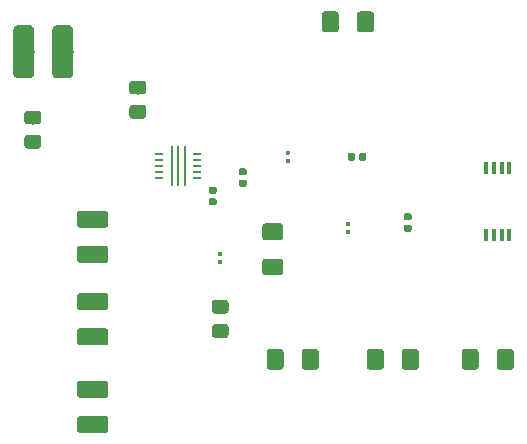
<source format=gbr>
G04 #@! TF.GenerationSoftware,KiCad,Pcbnew,(5.1.4)-1*
G04 #@! TF.CreationDate,2019-12-03T11:55:19-06:00*
G04 #@! TF.ProjectId,Boost,426f6f73-742e-46b6-9963-61645f706362,rev?*
G04 #@! TF.SameCoordinates,Original*
G04 #@! TF.FileFunction,Paste,Top*
G04 #@! TF.FilePolarity,Positive*
%FSLAX46Y46*%
G04 Gerber Fmt 4.6, Leading zero omitted, Abs format (unit mm)*
G04 Created by KiCad (PCBNEW (5.1.4)-1) date 2019-12-03 11:55:19*
%MOMM*%
%LPD*%
G04 APERTURE LIST*
%ADD10C,0.100000*%
%ADD11C,1.800000*%
%ADD12C,0.590000*%
%ADD13C,0.318000*%
%ADD14C,1.150000*%
%ADD15C,1.425000*%
%ADD16R,0.700000X0.250000*%
%ADD17R,0.250000X3.400000*%
%ADD18R,0.356000X1.016000*%
G04 APERTURE END LIST*
D10*
G36*
X128004108Y-84112167D02*
G01*
X128047791Y-84118647D01*
X128090628Y-84129377D01*
X128132208Y-84144254D01*
X128172129Y-84163135D01*
X128210007Y-84185839D01*
X128245477Y-84212145D01*
X128278198Y-84241802D01*
X128307855Y-84274523D01*
X128334161Y-84309993D01*
X128356865Y-84347871D01*
X128375746Y-84387792D01*
X128390623Y-84429372D01*
X128401353Y-84472209D01*
X128407833Y-84515892D01*
X128410000Y-84560000D01*
X128410000Y-88160000D01*
X128407833Y-88204108D01*
X128401353Y-88247791D01*
X128390623Y-88290628D01*
X128375746Y-88332208D01*
X128356865Y-88372129D01*
X128334161Y-88410007D01*
X128307855Y-88445477D01*
X128278198Y-88478198D01*
X128245477Y-88507855D01*
X128210007Y-88534161D01*
X128172129Y-88556865D01*
X128132208Y-88575746D01*
X128090628Y-88590623D01*
X128047791Y-88601353D01*
X128004108Y-88607833D01*
X127960000Y-88610000D01*
X127060000Y-88610000D01*
X127015892Y-88607833D01*
X126972209Y-88601353D01*
X126929372Y-88590623D01*
X126887792Y-88575746D01*
X126847871Y-88556865D01*
X126809993Y-88534161D01*
X126774523Y-88507855D01*
X126741802Y-88478198D01*
X126712145Y-88445477D01*
X126685839Y-88410007D01*
X126663135Y-88372129D01*
X126644254Y-88332208D01*
X126629377Y-88290628D01*
X126618647Y-88247791D01*
X126612167Y-88204108D01*
X126610000Y-88160000D01*
X126610000Y-84560000D01*
X126612167Y-84515892D01*
X126618647Y-84472209D01*
X126629377Y-84429372D01*
X126644254Y-84387792D01*
X126663135Y-84347871D01*
X126685839Y-84309993D01*
X126712145Y-84274523D01*
X126741802Y-84241802D01*
X126774523Y-84212145D01*
X126809993Y-84185839D01*
X126847871Y-84163135D01*
X126887792Y-84144254D01*
X126929372Y-84129377D01*
X126972209Y-84118647D01*
X127015892Y-84112167D01*
X127060000Y-84110000D01*
X127960000Y-84110000D01*
X128004108Y-84112167D01*
X128004108Y-84112167D01*
G37*
D11*
X127510000Y-86360000D03*
D10*
G36*
X131304108Y-84112167D02*
G01*
X131347791Y-84118647D01*
X131390628Y-84129377D01*
X131432208Y-84144254D01*
X131472129Y-84163135D01*
X131510007Y-84185839D01*
X131545477Y-84212145D01*
X131578198Y-84241802D01*
X131607855Y-84274523D01*
X131634161Y-84309993D01*
X131656865Y-84347871D01*
X131675746Y-84387792D01*
X131690623Y-84429372D01*
X131701353Y-84472209D01*
X131707833Y-84515892D01*
X131710000Y-84560000D01*
X131710000Y-88160000D01*
X131707833Y-88204108D01*
X131701353Y-88247791D01*
X131690623Y-88290628D01*
X131675746Y-88332208D01*
X131656865Y-88372129D01*
X131634161Y-88410007D01*
X131607855Y-88445477D01*
X131578198Y-88478198D01*
X131545477Y-88507855D01*
X131510007Y-88534161D01*
X131472129Y-88556865D01*
X131432208Y-88575746D01*
X131390628Y-88590623D01*
X131347791Y-88601353D01*
X131304108Y-88607833D01*
X131260000Y-88610000D01*
X130360000Y-88610000D01*
X130315892Y-88607833D01*
X130272209Y-88601353D01*
X130229372Y-88590623D01*
X130187792Y-88575746D01*
X130147871Y-88556865D01*
X130109993Y-88534161D01*
X130074523Y-88507855D01*
X130041802Y-88478198D01*
X130012145Y-88445477D01*
X129985839Y-88410007D01*
X129963135Y-88372129D01*
X129944254Y-88332208D01*
X129929377Y-88290628D01*
X129918647Y-88247791D01*
X129912167Y-88204108D01*
X129910000Y-88160000D01*
X129910000Y-84560000D01*
X129912167Y-84515892D01*
X129918647Y-84472209D01*
X129929377Y-84429372D01*
X129944254Y-84387792D01*
X129963135Y-84347871D01*
X129985839Y-84309993D01*
X130012145Y-84274523D01*
X130041802Y-84241802D01*
X130074523Y-84212145D01*
X130109993Y-84185839D01*
X130147871Y-84163135D01*
X130187792Y-84144254D01*
X130229372Y-84129377D01*
X130272209Y-84118647D01*
X130315892Y-84112167D01*
X130360000Y-84110000D01*
X131260000Y-84110000D01*
X131304108Y-84112167D01*
X131304108Y-84112167D01*
G37*
D11*
X130810000Y-86360000D03*
D10*
G36*
X143696958Y-98765710D02*
G01*
X143711276Y-98767834D01*
X143725317Y-98771351D01*
X143738946Y-98776228D01*
X143752031Y-98782417D01*
X143764447Y-98789858D01*
X143776073Y-98798481D01*
X143786798Y-98808202D01*
X143796519Y-98818927D01*
X143805142Y-98830553D01*
X143812583Y-98842969D01*
X143818772Y-98856054D01*
X143823649Y-98869683D01*
X143827166Y-98883724D01*
X143829290Y-98898042D01*
X143830000Y-98912500D01*
X143830000Y-99207500D01*
X143829290Y-99221958D01*
X143827166Y-99236276D01*
X143823649Y-99250317D01*
X143818772Y-99263946D01*
X143812583Y-99277031D01*
X143805142Y-99289447D01*
X143796519Y-99301073D01*
X143786798Y-99311798D01*
X143776073Y-99321519D01*
X143764447Y-99330142D01*
X143752031Y-99337583D01*
X143738946Y-99343772D01*
X143725317Y-99348649D01*
X143711276Y-99352166D01*
X143696958Y-99354290D01*
X143682500Y-99355000D01*
X143337500Y-99355000D01*
X143323042Y-99354290D01*
X143308724Y-99352166D01*
X143294683Y-99348649D01*
X143281054Y-99343772D01*
X143267969Y-99337583D01*
X143255553Y-99330142D01*
X143243927Y-99321519D01*
X143233202Y-99311798D01*
X143223481Y-99301073D01*
X143214858Y-99289447D01*
X143207417Y-99277031D01*
X143201228Y-99263946D01*
X143196351Y-99250317D01*
X143192834Y-99236276D01*
X143190710Y-99221958D01*
X143190000Y-99207500D01*
X143190000Y-98912500D01*
X143190710Y-98898042D01*
X143192834Y-98883724D01*
X143196351Y-98869683D01*
X143201228Y-98856054D01*
X143207417Y-98842969D01*
X143214858Y-98830553D01*
X143223481Y-98818927D01*
X143233202Y-98808202D01*
X143243927Y-98798481D01*
X143255553Y-98789858D01*
X143267969Y-98782417D01*
X143281054Y-98776228D01*
X143294683Y-98771351D01*
X143308724Y-98767834D01*
X143323042Y-98765710D01*
X143337500Y-98765000D01*
X143682500Y-98765000D01*
X143696958Y-98765710D01*
X143696958Y-98765710D01*
G37*
D12*
X143510000Y-99060000D03*
D10*
G36*
X143696958Y-97795710D02*
G01*
X143711276Y-97797834D01*
X143725317Y-97801351D01*
X143738946Y-97806228D01*
X143752031Y-97812417D01*
X143764447Y-97819858D01*
X143776073Y-97828481D01*
X143786798Y-97838202D01*
X143796519Y-97848927D01*
X143805142Y-97860553D01*
X143812583Y-97872969D01*
X143818772Y-97886054D01*
X143823649Y-97899683D01*
X143827166Y-97913724D01*
X143829290Y-97928042D01*
X143830000Y-97942500D01*
X143830000Y-98237500D01*
X143829290Y-98251958D01*
X143827166Y-98266276D01*
X143823649Y-98280317D01*
X143818772Y-98293946D01*
X143812583Y-98307031D01*
X143805142Y-98319447D01*
X143796519Y-98331073D01*
X143786798Y-98341798D01*
X143776073Y-98351519D01*
X143764447Y-98360142D01*
X143752031Y-98367583D01*
X143738946Y-98373772D01*
X143725317Y-98378649D01*
X143711276Y-98382166D01*
X143696958Y-98384290D01*
X143682500Y-98385000D01*
X143337500Y-98385000D01*
X143323042Y-98384290D01*
X143308724Y-98382166D01*
X143294683Y-98378649D01*
X143281054Y-98373772D01*
X143267969Y-98367583D01*
X143255553Y-98360142D01*
X143243927Y-98351519D01*
X143233202Y-98341798D01*
X143223481Y-98331073D01*
X143214858Y-98319447D01*
X143207417Y-98307031D01*
X143201228Y-98293946D01*
X143196351Y-98280317D01*
X143192834Y-98266276D01*
X143190710Y-98251958D01*
X143190000Y-98237500D01*
X143190000Y-97942500D01*
X143190710Y-97928042D01*
X143192834Y-97913724D01*
X143196351Y-97899683D01*
X143201228Y-97886054D01*
X143207417Y-97872969D01*
X143214858Y-97860553D01*
X143223481Y-97848927D01*
X143233202Y-97838202D01*
X143243927Y-97828481D01*
X143255553Y-97819858D01*
X143267969Y-97812417D01*
X143281054Y-97806228D01*
X143294683Y-97801351D01*
X143308724Y-97797834D01*
X143323042Y-97795710D01*
X143337500Y-97795000D01*
X143682500Y-97795000D01*
X143696958Y-97795710D01*
X143696958Y-97795710D01*
G37*
D12*
X143510000Y-98090000D03*
D10*
G36*
X146236958Y-97195710D02*
G01*
X146251276Y-97197834D01*
X146265317Y-97201351D01*
X146278946Y-97206228D01*
X146292031Y-97212417D01*
X146304447Y-97219858D01*
X146316073Y-97228481D01*
X146326798Y-97238202D01*
X146336519Y-97248927D01*
X146345142Y-97260553D01*
X146352583Y-97272969D01*
X146358772Y-97286054D01*
X146363649Y-97299683D01*
X146367166Y-97313724D01*
X146369290Y-97328042D01*
X146370000Y-97342500D01*
X146370000Y-97637500D01*
X146369290Y-97651958D01*
X146367166Y-97666276D01*
X146363649Y-97680317D01*
X146358772Y-97693946D01*
X146352583Y-97707031D01*
X146345142Y-97719447D01*
X146336519Y-97731073D01*
X146326798Y-97741798D01*
X146316073Y-97751519D01*
X146304447Y-97760142D01*
X146292031Y-97767583D01*
X146278946Y-97773772D01*
X146265317Y-97778649D01*
X146251276Y-97782166D01*
X146236958Y-97784290D01*
X146222500Y-97785000D01*
X145877500Y-97785000D01*
X145863042Y-97784290D01*
X145848724Y-97782166D01*
X145834683Y-97778649D01*
X145821054Y-97773772D01*
X145807969Y-97767583D01*
X145795553Y-97760142D01*
X145783927Y-97751519D01*
X145773202Y-97741798D01*
X145763481Y-97731073D01*
X145754858Y-97719447D01*
X145747417Y-97707031D01*
X145741228Y-97693946D01*
X145736351Y-97680317D01*
X145732834Y-97666276D01*
X145730710Y-97651958D01*
X145730000Y-97637500D01*
X145730000Y-97342500D01*
X145730710Y-97328042D01*
X145732834Y-97313724D01*
X145736351Y-97299683D01*
X145741228Y-97286054D01*
X145747417Y-97272969D01*
X145754858Y-97260553D01*
X145763481Y-97248927D01*
X145773202Y-97238202D01*
X145783927Y-97228481D01*
X145795553Y-97219858D01*
X145807969Y-97212417D01*
X145821054Y-97206228D01*
X145834683Y-97201351D01*
X145848724Y-97197834D01*
X145863042Y-97195710D01*
X145877500Y-97195000D01*
X146222500Y-97195000D01*
X146236958Y-97195710D01*
X146236958Y-97195710D01*
G37*
D12*
X146050000Y-97490000D03*
D10*
G36*
X146236958Y-96225710D02*
G01*
X146251276Y-96227834D01*
X146265317Y-96231351D01*
X146278946Y-96236228D01*
X146292031Y-96242417D01*
X146304447Y-96249858D01*
X146316073Y-96258481D01*
X146326798Y-96268202D01*
X146336519Y-96278927D01*
X146345142Y-96290553D01*
X146352583Y-96302969D01*
X146358772Y-96316054D01*
X146363649Y-96329683D01*
X146367166Y-96343724D01*
X146369290Y-96358042D01*
X146370000Y-96372500D01*
X146370000Y-96667500D01*
X146369290Y-96681958D01*
X146367166Y-96696276D01*
X146363649Y-96710317D01*
X146358772Y-96723946D01*
X146352583Y-96737031D01*
X146345142Y-96749447D01*
X146336519Y-96761073D01*
X146326798Y-96771798D01*
X146316073Y-96781519D01*
X146304447Y-96790142D01*
X146292031Y-96797583D01*
X146278946Y-96803772D01*
X146265317Y-96808649D01*
X146251276Y-96812166D01*
X146236958Y-96814290D01*
X146222500Y-96815000D01*
X145877500Y-96815000D01*
X145863042Y-96814290D01*
X145848724Y-96812166D01*
X145834683Y-96808649D01*
X145821054Y-96803772D01*
X145807969Y-96797583D01*
X145795553Y-96790142D01*
X145783927Y-96781519D01*
X145773202Y-96771798D01*
X145763481Y-96761073D01*
X145754858Y-96749447D01*
X145747417Y-96737031D01*
X145741228Y-96723946D01*
X145736351Y-96710317D01*
X145732834Y-96696276D01*
X145730710Y-96681958D01*
X145730000Y-96667500D01*
X145730000Y-96372500D01*
X145730710Y-96358042D01*
X145732834Y-96343724D01*
X145736351Y-96329683D01*
X145741228Y-96316054D01*
X145747417Y-96302969D01*
X145754858Y-96290553D01*
X145763481Y-96278927D01*
X145773202Y-96268202D01*
X145783927Y-96258481D01*
X145795553Y-96249858D01*
X145807969Y-96242417D01*
X145821054Y-96236228D01*
X145834683Y-96231351D01*
X145848724Y-96227834D01*
X145863042Y-96225710D01*
X145877500Y-96225000D01*
X146222500Y-96225000D01*
X146236958Y-96225710D01*
X146236958Y-96225710D01*
G37*
D12*
X146050000Y-96520000D03*
D10*
G36*
X155048292Y-100781383D02*
G01*
X155056010Y-100782528D01*
X155063578Y-100784423D01*
X155070923Y-100787052D01*
X155077976Y-100790387D01*
X155084668Y-100794398D01*
X155090934Y-100799046D01*
X155096715Y-100804285D01*
X155101954Y-100810066D01*
X155106602Y-100816332D01*
X155110613Y-100823024D01*
X155113948Y-100830077D01*
X155116577Y-100837422D01*
X155118472Y-100844990D01*
X155119617Y-100852708D01*
X155120000Y-100860500D01*
X155120000Y-101019500D01*
X155119617Y-101027292D01*
X155118472Y-101035010D01*
X155116577Y-101042578D01*
X155113948Y-101049923D01*
X155110613Y-101056976D01*
X155106602Y-101063668D01*
X155101954Y-101069934D01*
X155096715Y-101075715D01*
X155090934Y-101080954D01*
X155084668Y-101085602D01*
X155077976Y-101089613D01*
X155070923Y-101092948D01*
X155063578Y-101095577D01*
X155056010Y-101097472D01*
X155048292Y-101098617D01*
X155040500Y-101099000D01*
X154839500Y-101099000D01*
X154831708Y-101098617D01*
X154823990Y-101097472D01*
X154816422Y-101095577D01*
X154809077Y-101092948D01*
X154802024Y-101089613D01*
X154795332Y-101085602D01*
X154789066Y-101080954D01*
X154783285Y-101075715D01*
X154778046Y-101069934D01*
X154773398Y-101063668D01*
X154769387Y-101056976D01*
X154766052Y-101049923D01*
X154763423Y-101042578D01*
X154761528Y-101035010D01*
X154760383Y-101027292D01*
X154760000Y-101019500D01*
X154760000Y-100860500D01*
X154760383Y-100852708D01*
X154761528Y-100844990D01*
X154763423Y-100837422D01*
X154766052Y-100830077D01*
X154769387Y-100823024D01*
X154773398Y-100816332D01*
X154778046Y-100810066D01*
X154783285Y-100804285D01*
X154789066Y-100799046D01*
X154795332Y-100794398D01*
X154802024Y-100790387D01*
X154809077Y-100787052D01*
X154816422Y-100784423D01*
X154823990Y-100782528D01*
X154831708Y-100781383D01*
X154839500Y-100781000D01*
X155040500Y-100781000D01*
X155048292Y-100781383D01*
X155048292Y-100781383D01*
G37*
D13*
X154940000Y-100940000D03*
D10*
G36*
X155048292Y-101471383D02*
G01*
X155056010Y-101472528D01*
X155063578Y-101474423D01*
X155070923Y-101477052D01*
X155077976Y-101480387D01*
X155084668Y-101484398D01*
X155090934Y-101489046D01*
X155096715Y-101494285D01*
X155101954Y-101500066D01*
X155106602Y-101506332D01*
X155110613Y-101513024D01*
X155113948Y-101520077D01*
X155116577Y-101527422D01*
X155118472Y-101534990D01*
X155119617Y-101542708D01*
X155120000Y-101550500D01*
X155120000Y-101709500D01*
X155119617Y-101717292D01*
X155118472Y-101725010D01*
X155116577Y-101732578D01*
X155113948Y-101739923D01*
X155110613Y-101746976D01*
X155106602Y-101753668D01*
X155101954Y-101759934D01*
X155096715Y-101765715D01*
X155090934Y-101770954D01*
X155084668Y-101775602D01*
X155077976Y-101779613D01*
X155070923Y-101782948D01*
X155063578Y-101785577D01*
X155056010Y-101787472D01*
X155048292Y-101788617D01*
X155040500Y-101789000D01*
X154839500Y-101789000D01*
X154831708Y-101788617D01*
X154823990Y-101787472D01*
X154816422Y-101785577D01*
X154809077Y-101782948D01*
X154802024Y-101779613D01*
X154795332Y-101775602D01*
X154789066Y-101770954D01*
X154783285Y-101765715D01*
X154778046Y-101759934D01*
X154773398Y-101753668D01*
X154769387Y-101746976D01*
X154766052Y-101739923D01*
X154763423Y-101732578D01*
X154761528Y-101725010D01*
X154760383Y-101717292D01*
X154760000Y-101709500D01*
X154760000Y-101550500D01*
X154760383Y-101542708D01*
X154761528Y-101534990D01*
X154763423Y-101527422D01*
X154766052Y-101520077D01*
X154769387Y-101513024D01*
X154773398Y-101506332D01*
X154778046Y-101500066D01*
X154783285Y-101494285D01*
X154789066Y-101489046D01*
X154795332Y-101484398D01*
X154802024Y-101480387D01*
X154809077Y-101477052D01*
X154816422Y-101474423D01*
X154823990Y-101472528D01*
X154831708Y-101471383D01*
X154839500Y-101471000D01*
X155040500Y-101471000D01*
X155048292Y-101471383D01*
X155048292Y-101471383D01*
G37*
D13*
X154940000Y-101630000D03*
D10*
G36*
X155401958Y-94930710D02*
G01*
X155416276Y-94932834D01*
X155430317Y-94936351D01*
X155443946Y-94941228D01*
X155457031Y-94947417D01*
X155469447Y-94954858D01*
X155481073Y-94963481D01*
X155491798Y-94973202D01*
X155501519Y-94983927D01*
X155510142Y-94995553D01*
X155517583Y-95007969D01*
X155523772Y-95021054D01*
X155528649Y-95034683D01*
X155532166Y-95048724D01*
X155534290Y-95063042D01*
X155535000Y-95077500D01*
X155535000Y-95422500D01*
X155534290Y-95436958D01*
X155532166Y-95451276D01*
X155528649Y-95465317D01*
X155523772Y-95478946D01*
X155517583Y-95492031D01*
X155510142Y-95504447D01*
X155501519Y-95516073D01*
X155491798Y-95526798D01*
X155481073Y-95536519D01*
X155469447Y-95545142D01*
X155457031Y-95552583D01*
X155443946Y-95558772D01*
X155430317Y-95563649D01*
X155416276Y-95567166D01*
X155401958Y-95569290D01*
X155387500Y-95570000D01*
X155092500Y-95570000D01*
X155078042Y-95569290D01*
X155063724Y-95567166D01*
X155049683Y-95563649D01*
X155036054Y-95558772D01*
X155022969Y-95552583D01*
X155010553Y-95545142D01*
X154998927Y-95536519D01*
X154988202Y-95526798D01*
X154978481Y-95516073D01*
X154969858Y-95504447D01*
X154962417Y-95492031D01*
X154956228Y-95478946D01*
X154951351Y-95465317D01*
X154947834Y-95451276D01*
X154945710Y-95436958D01*
X154945000Y-95422500D01*
X154945000Y-95077500D01*
X154945710Y-95063042D01*
X154947834Y-95048724D01*
X154951351Y-95034683D01*
X154956228Y-95021054D01*
X154962417Y-95007969D01*
X154969858Y-94995553D01*
X154978481Y-94983927D01*
X154988202Y-94973202D01*
X154998927Y-94963481D01*
X155010553Y-94954858D01*
X155022969Y-94947417D01*
X155036054Y-94941228D01*
X155049683Y-94936351D01*
X155063724Y-94932834D01*
X155078042Y-94930710D01*
X155092500Y-94930000D01*
X155387500Y-94930000D01*
X155401958Y-94930710D01*
X155401958Y-94930710D01*
G37*
D12*
X155240000Y-95250000D03*
D10*
G36*
X156371958Y-94930710D02*
G01*
X156386276Y-94932834D01*
X156400317Y-94936351D01*
X156413946Y-94941228D01*
X156427031Y-94947417D01*
X156439447Y-94954858D01*
X156451073Y-94963481D01*
X156461798Y-94973202D01*
X156471519Y-94983927D01*
X156480142Y-94995553D01*
X156487583Y-95007969D01*
X156493772Y-95021054D01*
X156498649Y-95034683D01*
X156502166Y-95048724D01*
X156504290Y-95063042D01*
X156505000Y-95077500D01*
X156505000Y-95422500D01*
X156504290Y-95436958D01*
X156502166Y-95451276D01*
X156498649Y-95465317D01*
X156493772Y-95478946D01*
X156487583Y-95492031D01*
X156480142Y-95504447D01*
X156471519Y-95516073D01*
X156461798Y-95526798D01*
X156451073Y-95536519D01*
X156439447Y-95545142D01*
X156427031Y-95552583D01*
X156413946Y-95558772D01*
X156400317Y-95563649D01*
X156386276Y-95567166D01*
X156371958Y-95569290D01*
X156357500Y-95570000D01*
X156062500Y-95570000D01*
X156048042Y-95569290D01*
X156033724Y-95567166D01*
X156019683Y-95563649D01*
X156006054Y-95558772D01*
X155992969Y-95552583D01*
X155980553Y-95545142D01*
X155968927Y-95536519D01*
X155958202Y-95526798D01*
X155948481Y-95516073D01*
X155939858Y-95504447D01*
X155932417Y-95492031D01*
X155926228Y-95478946D01*
X155921351Y-95465317D01*
X155917834Y-95451276D01*
X155915710Y-95436958D01*
X155915000Y-95422500D01*
X155915000Y-95077500D01*
X155915710Y-95063042D01*
X155917834Y-95048724D01*
X155921351Y-95034683D01*
X155926228Y-95021054D01*
X155932417Y-95007969D01*
X155939858Y-94995553D01*
X155948481Y-94983927D01*
X155958202Y-94973202D01*
X155968927Y-94963481D01*
X155980553Y-94954858D01*
X155992969Y-94947417D01*
X156006054Y-94941228D01*
X156019683Y-94936351D01*
X156033724Y-94932834D01*
X156048042Y-94930710D01*
X156062500Y-94930000D01*
X156357500Y-94930000D01*
X156371958Y-94930710D01*
X156371958Y-94930710D01*
G37*
D12*
X156210000Y-95250000D03*
D10*
G36*
X149968292Y-95436383D02*
G01*
X149976010Y-95437528D01*
X149983578Y-95439423D01*
X149990923Y-95442052D01*
X149997976Y-95445387D01*
X150004668Y-95449398D01*
X150010934Y-95454046D01*
X150016715Y-95459285D01*
X150021954Y-95465066D01*
X150026602Y-95471332D01*
X150030613Y-95478024D01*
X150033948Y-95485077D01*
X150036577Y-95492422D01*
X150038472Y-95499990D01*
X150039617Y-95507708D01*
X150040000Y-95515500D01*
X150040000Y-95674500D01*
X150039617Y-95682292D01*
X150038472Y-95690010D01*
X150036577Y-95697578D01*
X150033948Y-95704923D01*
X150030613Y-95711976D01*
X150026602Y-95718668D01*
X150021954Y-95724934D01*
X150016715Y-95730715D01*
X150010934Y-95735954D01*
X150004668Y-95740602D01*
X149997976Y-95744613D01*
X149990923Y-95747948D01*
X149983578Y-95750577D01*
X149976010Y-95752472D01*
X149968292Y-95753617D01*
X149960500Y-95754000D01*
X149759500Y-95754000D01*
X149751708Y-95753617D01*
X149743990Y-95752472D01*
X149736422Y-95750577D01*
X149729077Y-95747948D01*
X149722024Y-95744613D01*
X149715332Y-95740602D01*
X149709066Y-95735954D01*
X149703285Y-95730715D01*
X149698046Y-95724934D01*
X149693398Y-95718668D01*
X149689387Y-95711976D01*
X149686052Y-95704923D01*
X149683423Y-95697578D01*
X149681528Y-95690010D01*
X149680383Y-95682292D01*
X149680000Y-95674500D01*
X149680000Y-95515500D01*
X149680383Y-95507708D01*
X149681528Y-95499990D01*
X149683423Y-95492422D01*
X149686052Y-95485077D01*
X149689387Y-95478024D01*
X149693398Y-95471332D01*
X149698046Y-95465066D01*
X149703285Y-95459285D01*
X149709066Y-95454046D01*
X149715332Y-95449398D01*
X149722024Y-95445387D01*
X149729077Y-95442052D01*
X149736422Y-95439423D01*
X149743990Y-95437528D01*
X149751708Y-95436383D01*
X149759500Y-95436000D01*
X149960500Y-95436000D01*
X149968292Y-95436383D01*
X149968292Y-95436383D01*
G37*
D13*
X149860000Y-95595000D03*
D10*
G36*
X149968292Y-94746383D02*
G01*
X149976010Y-94747528D01*
X149983578Y-94749423D01*
X149990923Y-94752052D01*
X149997976Y-94755387D01*
X150004668Y-94759398D01*
X150010934Y-94764046D01*
X150016715Y-94769285D01*
X150021954Y-94775066D01*
X150026602Y-94781332D01*
X150030613Y-94788024D01*
X150033948Y-94795077D01*
X150036577Y-94802422D01*
X150038472Y-94809990D01*
X150039617Y-94817708D01*
X150040000Y-94825500D01*
X150040000Y-94984500D01*
X150039617Y-94992292D01*
X150038472Y-95000010D01*
X150036577Y-95007578D01*
X150033948Y-95014923D01*
X150030613Y-95021976D01*
X150026602Y-95028668D01*
X150021954Y-95034934D01*
X150016715Y-95040715D01*
X150010934Y-95045954D01*
X150004668Y-95050602D01*
X149997976Y-95054613D01*
X149990923Y-95057948D01*
X149983578Y-95060577D01*
X149976010Y-95062472D01*
X149968292Y-95063617D01*
X149960500Y-95064000D01*
X149759500Y-95064000D01*
X149751708Y-95063617D01*
X149743990Y-95062472D01*
X149736422Y-95060577D01*
X149729077Y-95057948D01*
X149722024Y-95054613D01*
X149715332Y-95050602D01*
X149709066Y-95045954D01*
X149703285Y-95040715D01*
X149698046Y-95034934D01*
X149693398Y-95028668D01*
X149689387Y-95021976D01*
X149686052Y-95014923D01*
X149683423Y-95007578D01*
X149681528Y-95000010D01*
X149680383Y-94992292D01*
X149680000Y-94984500D01*
X149680000Y-94825500D01*
X149680383Y-94817708D01*
X149681528Y-94809990D01*
X149683423Y-94802422D01*
X149686052Y-94795077D01*
X149689387Y-94788024D01*
X149693398Y-94781332D01*
X149698046Y-94775066D01*
X149703285Y-94769285D01*
X149709066Y-94764046D01*
X149715332Y-94759398D01*
X149722024Y-94755387D01*
X149729077Y-94752052D01*
X149736422Y-94749423D01*
X149743990Y-94747528D01*
X149751708Y-94746383D01*
X149759500Y-94746000D01*
X149960500Y-94746000D01*
X149968292Y-94746383D01*
X149968292Y-94746383D01*
G37*
D13*
X149860000Y-94905000D03*
D10*
G36*
X144253292Y-104006383D02*
G01*
X144261010Y-104007528D01*
X144268578Y-104009423D01*
X144275923Y-104012052D01*
X144282976Y-104015387D01*
X144289668Y-104019398D01*
X144295934Y-104024046D01*
X144301715Y-104029285D01*
X144306954Y-104035066D01*
X144311602Y-104041332D01*
X144315613Y-104048024D01*
X144318948Y-104055077D01*
X144321577Y-104062422D01*
X144323472Y-104069990D01*
X144324617Y-104077708D01*
X144325000Y-104085500D01*
X144325000Y-104244500D01*
X144324617Y-104252292D01*
X144323472Y-104260010D01*
X144321577Y-104267578D01*
X144318948Y-104274923D01*
X144315613Y-104281976D01*
X144311602Y-104288668D01*
X144306954Y-104294934D01*
X144301715Y-104300715D01*
X144295934Y-104305954D01*
X144289668Y-104310602D01*
X144282976Y-104314613D01*
X144275923Y-104317948D01*
X144268578Y-104320577D01*
X144261010Y-104322472D01*
X144253292Y-104323617D01*
X144245500Y-104324000D01*
X144044500Y-104324000D01*
X144036708Y-104323617D01*
X144028990Y-104322472D01*
X144021422Y-104320577D01*
X144014077Y-104317948D01*
X144007024Y-104314613D01*
X144000332Y-104310602D01*
X143994066Y-104305954D01*
X143988285Y-104300715D01*
X143983046Y-104294934D01*
X143978398Y-104288668D01*
X143974387Y-104281976D01*
X143971052Y-104274923D01*
X143968423Y-104267578D01*
X143966528Y-104260010D01*
X143965383Y-104252292D01*
X143965000Y-104244500D01*
X143965000Y-104085500D01*
X143965383Y-104077708D01*
X143966528Y-104069990D01*
X143968423Y-104062422D01*
X143971052Y-104055077D01*
X143974387Y-104048024D01*
X143978398Y-104041332D01*
X143983046Y-104035066D01*
X143988285Y-104029285D01*
X143994066Y-104024046D01*
X144000332Y-104019398D01*
X144007024Y-104015387D01*
X144014077Y-104012052D01*
X144021422Y-104009423D01*
X144028990Y-104007528D01*
X144036708Y-104006383D01*
X144044500Y-104006000D01*
X144245500Y-104006000D01*
X144253292Y-104006383D01*
X144253292Y-104006383D01*
G37*
D13*
X144145000Y-104165000D03*
D10*
G36*
X144253292Y-103316383D02*
G01*
X144261010Y-103317528D01*
X144268578Y-103319423D01*
X144275923Y-103322052D01*
X144282976Y-103325387D01*
X144289668Y-103329398D01*
X144295934Y-103334046D01*
X144301715Y-103339285D01*
X144306954Y-103345066D01*
X144311602Y-103351332D01*
X144315613Y-103358024D01*
X144318948Y-103365077D01*
X144321577Y-103372422D01*
X144323472Y-103379990D01*
X144324617Y-103387708D01*
X144325000Y-103395500D01*
X144325000Y-103554500D01*
X144324617Y-103562292D01*
X144323472Y-103570010D01*
X144321577Y-103577578D01*
X144318948Y-103584923D01*
X144315613Y-103591976D01*
X144311602Y-103598668D01*
X144306954Y-103604934D01*
X144301715Y-103610715D01*
X144295934Y-103615954D01*
X144289668Y-103620602D01*
X144282976Y-103624613D01*
X144275923Y-103627948D01*
X144268578Y-103630577D01*
X144261010Y-103632472D01*
X144253292Y-103633617D01*
X144245500Y-103634000D01*
X144044500Y-103634000D01*
X144036708Y-103633617D01*
X144028990Y-103632472D01*
X144021422Y-103630577D01*
X144014077Y-103627948D01*
X144007024Y-103624613D01*
X144000332Y-103620602D01*
X143994066Y-103615954D01*
X143988285Y-103610715D01*
X143983046Y-103604934D01*
X143978398Y-103598668D01*
X143974387Y-103591976D01*
X143971052Y-103584923D01*
X143968423Y-103577578D01*
X143966528Y-103570010D01*
X143965383Y-103562292D01*
X143965000Y-103554500D01*
X143965000Y-103395500D01*
X143965383Y-103387708D01*
X143966528Y-103379990D01*
X143968423Y-103372422D01*
X143971052Y-103365077D01*
X143974387Y-103358024D01*
X143978398Y-103351332D01*
X143983046Y-103345066D01*
X143988285Y-103339285D01*
X143994066Y-103334046D01*
X144000332Y-103329398D01*
X144007024Y-103325387D01*
X144014077Y-103322052D01*
X144021422Y-103319423D01*
X144028990Y-103317528D01*
X144036708Y-103316383D01*
X144044500Y-103316000D01*
X144245500Y-103316000D01*
X144253292Y-103316383D01*
X144253292Y-103316383D01*
G37*
D13*
X144145000Y-103475000D03*
D10*
G36*
X137634505Y-88816204D02*
G01*
X137658773Y-88819804D01*
X137682572Y-88825765D01*
X137705671Y-88834030D01*
X137727850Y-88844520D01*
X137748893Y-88857132D01*
X137768599Y-88871747D01*
X137786777Y-88888223D01*
X137803253Y-88906401D01*
X137817868Y-88926107D01*
X137830480Y-88947150D01*
X137840970Y-88969329D01*
X137849235Y-88992428D01*
X137855196Y-89016227D01*
X137858796Y-89040495D01*
X137860000Y-89064999D01*
X137860000Y-89715001D01*
X137858796Y-89739505D01*
X137855196Y-89763773D01*
X137849235Y-89787572D01*
X137840970Y-89810671D01*
X137830480Y-89832850D01*
X137817868Y-89853893D01*
X137803253Y-89873599D01*
X137786777Y-89891777D01*
X137768599Y-89908253D01*
X137748893Y-89922868D01*
X137727850Y-89935480D01*
X137705671Y-89945970D01*
X137682572Y-89954235D01*
X137658773Y-89960196D01*
X137634505Y-89963796D01*
X137610001Y-89965000D01*
X136709999Y-89965000D01*
X136685495Y-89963796D01*
X136661227Y-89960196D01*
X136637428Y-89954235D01*
X136614329Y-89945970D01*
X136592150Y-89935480D01*
X136571107Y-89922868D01*
X136551401Y-89908253D01*
X136533223Y-89891777D01*
X136516747Y-89873599D01*
X136502132Y-89853893D01*
X136489520Y-89832850D01*
X136479030Y-89810671D01*
X136470765Y-89787572D01*
X136464804Y-89763773D01*
X136461204Y-89739505D01*
X136460000Y-89715001D01*
X136460000Y-89064999D01*
X136461204Y-89040495D01*
X136464804Y-89016227D01*
X136470765Y-88992428D01*
X136479030Y-88969329D01*
X136489520Y-88947150D01*
X136502132Y-88926107D01*
X136516747Y-88906401D01*
X136533223Y-88888223D01*
X136551401Y-88871747D01*
X136571107Y-88857132D01*
X136592150Y-88844520D01*
X136614329Y-88834030D01*
X136637428Y-88825765D01*
X136661227Y-88819804D01*
X136685495Y-88816204D01*
X136709999Y-88815000D01*
X137610001Y-88815000D01*
X137634505Y-88816204D01*
X137634505Y-88816204D01*
G37*
D14*
X137160000Y-89390000D03*
D10*
G36*
X137634505Y-90866204D02*
G01*
X137658773Y-90869804D01*
X137682572Y-90875765D01*
X137705671Y-90884030D01*
X137727850Y-90894520D01*
X137748893Y-90907132D01*
X137768599Y-90921747D01*
X137786777Y-90938223D01*
X137803253Y-90956401D01*
X137817868Y-90976107D01*
X137830480Y-90997150D01*
X137840970Y-91019329D01*
X137849235Y-91042428D01*
X137855196Y-91066227D01*
X137858796Y-91090495D01*
X137860000Y-91114999D01*
X137860000Y-91765001D01*
X137858796Y-91789505D01*
X137855196Y-91813773D01*
X137849235Y-91837572D01*
X137840970Y-91860671D01*
X137830480Y-91882850D01*
X137817868Y-91903893D01*
X137803253Y-91923599D01*
X137786777Y-91941777D01*
X137768599Y-91958253D01*
X137748893Y-91972868D01*
X137727850Y-91985480D01*
X137705671Y-91995970D01*
X137682572Y-92004235D01*
X137658773Y-92010196D01*
X137634505Y-92013796D01*
X137610001Y-92015000D01*
X136709999Y-92015000D01*
X136685495Y-92013796D01*
X136661227Y-92010196D01*
X136637428Y-92004235D01*
X136614329Y-91995970D01*
X136592150Y-91985480D01*
X136571107Y-91972868D01*
X136551401Y-91958253D01*
X136533223Y-91941777D01*
X136516747Y-91923599D01*
X136502132Y-91903893D01*
X136489520Y-91882850D01*
X136479030Y-91860671D01*
X136470765Y-91837572D01*
X136464804Y-91813773D01*
X136461204Y-91789505D01*
X136460000Y-91765001D01*
X136460000Y-91114999D01*
X136461204Y-91090495D01*
X136464804Y-91066227D01*
X136470765Y-91042428D01*
X136479030Y-91019329D01*
X136489520Y-90997150D01*
X136502132Y-90976107D01*
X136516747Y-90956401D01*
X136533223Y-90938223D01*
X136551401Y-90921747D01*
X136571107Y-90907132D01*
X136592150Y-90894520D01*
X136614329Y-90884030D01*
X136637428Y-90875765D01*
X136661227Y-90869804D01*
X136685495Y-90866204D01*
X136709999Y-90865000D01*
X137610001Y-90865000D01*
X137634505Y-90866204D01*
X137634505Y-90866204D01*
G37*
D14*
X137160000Y-91440000D03*
D10*
G36*
X153939504Y-82946204D02*
G01*
X153963773Y-82949804D01*
X153987571Y-82955765D01*
X154010671Y-82964030D01*
X154032849Y-82974520D01*
X154053893Y-82987133D01*
X154073598Y-83001747D01*
X154091777Y-83018223D01*
X154108253Y-83036402D01*
X154122867Y-83056107D01*
X154135480Y-83077151D01*
X154145970Y-83099329D01*
X154154235Y-83122429D01*
X154160196Y-83146227D01*
X154163796Y-83170496D01*
X154165000Y-83195000D01*
X154165000Y-84445000D01*
X154163796Y-84469504D01*
X154160196Y-84493773D01*
X154154235Y-84517571D01*
X154145970Y-84540671D01*
X154135480Y-84562849D01*
X154122867Y-84583893D01*
X154108253Y-84603598D01*
X154091777Y-84621777D01*
X154073598Y-84638253D01*
X154053893Y-84652867D01*
X154032849Y-84665480D01*
X154010671Y-84675970D01*
X153987571Y-84684235D01*
X153963773Y-84690196D01*
X153939504Y-84693796D01*
X153915000Y-84695000D01*
X152990000Y-84695000D01*
X152965496Y-84693796D01*
X152941227Y-84690196D01*
X152917429Y-84684235D01*
X152894329Y-84675970D01*
X152872151Y-84665480D01*
X152851107Y-84652867D01*
X152831402Y-84638253D01*
X152813223Y-84621777D01*
X152796747Y-84603598D01*
X152782133Y-84583893D01*
X152769520Y-84562849D01*
X152759030Y-84540671D01*
X152750765Y-84517571D01*
X152744804Y-84493773D01*
X152741204Y-84469504D01*
X152740000Y-84445000D01*
X152740000Y-83195000D01*
X152741204Y-83170496D01*
X152744804Y-83146227D01*
X152750765Y-83122429D01*
X152759030Y-83099329D01*
X152769520Y-83077151D01*
X152782133Y-83056107D01*
X152796747Y-83036402D01*
X152813223Y-83018223D01*
X152831402Y-83001747D01*
X152851107Y-82987133D01*
X152872151Y-82974520D01*
X152894329Y-82964030D01*
X152917429Y-82955765D01*
X152941227Y-82949804D01*
X152965496Y-82946204D01*
X152990000Y-82945000D01*
X153915000Y-82945000D01*
X153939504Y-82946204D01*
X153939504Y-82946204D01*
G37*
D15*
X153452500Y-83820000D03*
D10*
G36*
X156914504Y-82946204D02*
G01*
X156938773Y-82949804D01*
X156962571Y-82955765D01*
X156985671Y-82964030D01*
X157007849Y-82974520D01*
X157028893Y-82987133D01*
X157048598Y-83001747D01*
X157066777Y-83018223D01*
X157083253Y-83036402D01*
X157097867Y-83056107D01*
X157110480Y-83077151D01*
X157120970Y-83099329D01*
X157129235Y-83122429D01*
X157135196Y-83146227D01*
X157138796Y-83170496D01*
X157140000Y-83195000D01*
X157140000Y-84445000D01*
X157138796Y-84469504D01*
X157135196Y-84493773D01*
X157129235Y-84517571D01*
X157120970Y-84540671D01*
X157110480Y-84562849D01*
X157097867Y-84583893D01*
X157083253Y-84603598D01*
X157066777Y-84621777D01*
X157048598Y-84638253D01*
X157028893Y-84652867D01*
X157007849Y-84665480D01*
X156985671Y-84675970D01*
X156962571Y-84684235D01*
X156938773Y-84690196D01*
X156914504Y-84693796D01*
X156890000Y-84695000D01*
X155965000Y-84695000D01*
X155940496Y-84693796D01*
X155916227Y-84690196D01*
X155892429Y-84684235D01*
X155869329Y-84675970D01*
X155847151Y-84665480D01*
X155826107Y-84652867D01*
X155806402Y-84638253D01*
X155788223Y-84621777D01*
X155771747Y-84603598D01*
X155757133Y-84583893D01*
X155744520Y-84562849D01*
X155734030Y-84540671D01*
X155725765Y-84517571D01*
X155719804Y-84493773D01*
X155716204Y-84469504D01*
X155715000Y-84445000D01*
X155715000Y-83195000D01*
X155716204Y-83170496D01*
X155719804Y-83146227D01*
X155725765Y-83122429D01*
X155734030Y-83099329D01*
X155744520Y-83077151D01*
X155757133Y-83056107D01*
X155771747Y-83036402D01*
X155788223Y-83018223D01*
X155806402Y-83001747D01*
X155826107Y-82987133D01*
X155847151Y-82974520D01*
X155869329Y-82964030D01*
X155892429Y-82955765D01*
X155916227Y-82949804D01*
X155940496Y-82946204D01*
X155965000Y-82945000D01*
X156890000Y-82945000D01*
X156914504Y-82946204D01*
X156914504Y-82946204D01*
G37*
D15*
X156427500Y-83820000D03*
D10*
G36*
X149277004Y-111521204D02*
G01*
X149301273Y-111524804D01*
X149325071Y-111530765D01*
X149348171Y-111539030D01*
X149370349Y-111549520D01*
X149391393Y-111562133D01*
X149411098Y-111576747D01*
X149429277Y-111593223D01*
X149445753Y-111611402D01*
X149460367Y-111631107D01*
X149472980Y-111652151D01*
X149483470Y-111674329D01*
X149491735Y-111697429D01*
X149497696Y-111721227D01*
X149501296Y-111745496D01*
X149502500Y-111770000D01*
X149502500Y-113020000D01*
X149501296Y-113044504D01*
X149497696Y-113068773D01*
X149491735Y-113092571D01*
X149483470Y-113115671D01*
X149472980Y-113137849D01*
X149460367Y-113158893D01*
X149445753Y-113178598D01*
X149429277Y-113196777D01*
X149411098Y-113213253D01*
X149391393Y-113227867D01*
X149370349Y-113240480D01*
X149348171Y-113250970D01*
X149325071Y-113259235D01*
X149301273Y-113265196D01*
X149277004Y-113268796D01*
X149252500Y-113270000D01*
X148327500Y-113270000D01*
X148302996Y-113268796D01*
X148278727Y-113265196D01*
X148254929Y-113259235D01*
X148231829Y-113250970D01*
X148209651Y-113240480D01*
X148188607Y-113227867D01*
X148168902Y-113213253D01*
X148150723Y-113196777D01*
X148134247Y-113178598D01*
X148119633Y-113158893D01*
X148107020Y-113137849D01*
X148096530Y-113115671D01*
X148088265Y-113092571D01*
X148082304Y-113068773D01*
X148078704Y-113044504D01*
X148077500Y-113020000D01*
X148077500Y-111770000D01*
X148078704Y-111745496D01*
X148082304Y-111721227D01*
X148088265Y-111697429D01*
X148096530Y-111674329D01*
X148107020Y-111652151D01*
X148119633Y-111631107D01*
X148134247Y-111611402D01*
X148150723Y-111593223D01*
X148168902Y-111576747D01*
X148188607Y-111562133D01*
X148209651Y-111549520D01*
X148231829Y-111539030D01*
X148254929Y-111530765D01*
X148278727Y-111524804D01*
X148302996Y-111521204D01*
X148327500Y-111520000D01*
X149252500Y-111520000D01*
X149277004Y-111521204D01*
X149277004Y-111521204D01*
G37*
D15*
X148790000Y-112395000D03*
D10*
G36*
X152252004Y-111521204D02*
G01*
X152276273Y-111524804D01*
X152300071Y-111530765D01*
X152323171Y-111539030D01*
X152345349Y-111549520D01*
X152366393Y-111562133D01*
X152386098Y-111576747D01*
X152404277Y-111593223D01*
X152420753Y-111611402D01*
X152435367Y-111631107D01*
X152447980Y-111652151D01*
X152458470Y-111674329D01*
X152466735Y-111697429D01*
X152472696Y-111721227D01*
X152476296Y-111745496D01*
X152477500Y-111770000D01*
X152477500Y-113020000D01*
X152476296Y-113044504D01*
X152472696Y-113068773D01*
X152466735Y-113092571D01*
X152458470Y-113115671D01*
X152447980Y-113137849D01*
X152435367Y-113158893D01*
X152420753Y-113178598D01*
X152404277Y-113196777D01*
X152386098Y-113213253D01*
X152366393Y-113227867D01*
X152345349Y-113240480D01*
X152323171Y-113250970D01*
X152300071Y-113259235D01*
X152276273Y-113265196D01*
X152252004Y-113268796D01*
X152227500Y-113270000D01*
X151302500Y-113270000D01*
X151277996Y-113268796D01*
X151253727Y-113265196D01*
X151229929Y-113259235D01*
X151206829Y-113250970D01*
X151184651Y-113240480D01*
X151163607Y-113227867D01*
X151143902Y-113213253D01*
X151125723Y-113196777D01*
X151109247Y-113178598D01*
X151094633Y-113158893D01*
X151082020Y-113137849D01*
X151071530Y-113115671D01*
X151063265Y-113092571D01*
X151057304Y-113068773D01*
X151053704Y-113044504D01*
X151052500Y-113020000D01*
X151052500Y-111770000D01*
X151053704Y-111745496D01*
X151057304Y-111721227D01*
X151063265Y-111697429D01*
X151071530Y-111674329D01*
X151082020Y-111652151D01*
X151094633Y-111631107D01*
X151109247Y-111611402D01*
X151125723Y-111593223D01*
X151143902Y-111576747D01*
X151163607Y-111562133D01*
X151184651Y-111549520D01*
X151206829Y-111539030D01*
X151229929Y-111530765D01*
X151253727Y-111524804D01*
X151277996Y-111521204D01*
X151302500Y-111520000D01*
X152227500Y-111520000D01*
X152252004Y-111521204D01*
X152252004Y-111521204D01*
G37*
D15*
X151765000Y-112395000D03*
D10*
G36*
X157749504Y-111521204D02*
G01*
X157773773Y-111524804D01*
X157797571Y-111530765D01*
X157820671Y-111539030D01*
X157842849Y-111549520D01*
X157863893Y-111562133D01*
X157883598Y-111576747D01*
X157901777Y-111593223D01*
X157918253Y-111611402D01*
X157932867Y-111631107D01*
X157945480Y-111652151D01*
X157955970Y-111674329D01*
X157964235Y-111697429D01*
X157970196Y-111721227D01*
X157973796Y-111745496D01*
X157975000Y-111770000D01*
X157975000Y-113020000D01*
X157973796Y-113044504D01*
X157970196Y-113068773D01*
X157964235Y-113092571D01*
X157955970Y-113115671D01*
X157945480Y-113137849D01*
X157932867Y-113158893D01*
X157918253Y-113178598D01*
X157901777Y-113196777D01*
X157883598Y-113213253D01*
X157863893Y-113227867D01*
X157842849Y-113240480D01*
X157820671Y-113250970D01*
X157797571Y-113259235D01*
X157773773Y-113265196D01*
X157749504Y-113268796D01*
X157725000Y-113270000D01*
X156800000Y-113270000D01*
X156775496Y-113268796D01*
X156751227Y-113265196D01*
X156727429Y-113259235D01*
X156704329Y-113250970D01*
X156682151Y-113240480D01*
X156661107Y-113227867D01*
X156641402Y-113213253D01*
X156623223Y-113196777D01*
X156606747Y-113178598D01*
X156592133Y-113158893D01*
X156579520Y-113137849D01*
X156569030Y-113115671D01*
X156560765Y-113092571D01*
X156554804Y-113068773D01*
X156551204Y-113044504D01*
X156550000Y-113020000D01*
X156550000Y-111770000D01*
X156551204Y-111745496D01*
X156554804Y-111721227D01*
X156560765Y-111697429D01*
X156569030Y-111674329D01*
X156579520Y-111652151D01*
X156592133Y-111631107D01*
X156606747Y-111611402D01*
X156623223Y-111593223D01*
X156641402Y-111576747D01*
X156661107Y-111562133D01*
X156682151Y-111549520D01*
X156704329Y-111539030D01*
X156727429Y-111530765D01*
X156751227Y-111524804D01*
X156775496Y-111521204D01*
X156800000Y-111520000D01*
X157725000Y-111520000D01*
X157749504Y-111521204D01*
X157749504Y-111521204D01*
G37*
D15*
X157262500Y-112395000D03*
D10*
G36*
X160724504Y-111521204D02*
G01*
X160748773Y-111524804D01*
X160772571Y-111530765D01*
X160795671Y-111539030D01*
X160817849Y-111549520D01*
X160838893Y-111562133D01*
X160858598Y-111576747D01*
X160876777Y-111593223D01*
X160893253Y-111611402D01*
X160907867Y-111631107D01*
X160920480Y-111652151D01*
X160930970Y-111674329D01*
X160939235Y-111697429D01*
X160945196Y-111721227D01*
X160948796Y-111745496D01*
X160950000Y-111770000D01*
X160950000Y-113020000D01*
X160948796Y-113044504D01*
X160945196Y-113068773D01*
X160939235Y-113092571D01*
X160930970Y-113115671D01*
X160920480Y-113137849D01*
X160907867Y-113158893D01*
X160893253Y-113178598D01*
X160876777Y-113196777D01*
X160858598Y-113213253D01*
X160838893Y-113227867D01*
X160817849Y-113240480D01*
X160795671Y-113250970D01*
X160772571Y-113259235D01*
X160748773Y-113265196D01*
X160724504Y-113268796D01*
X160700000Y-113270000D01*
X159775000Y-113270000D01*
X159750496Y-113268796D01*
X159726227Y-113265196D01*
X159702429Y-113259235D01*
X159679329Y-113250970D01*
X159657151Y-113240480D01*
X159636107Y-113227867D01*
X159616402Y-113213253D01*
X159598223Y-113196777D01*
X159581747Y-113178598D01*
X159567133Y-113158893D01*
X159554520Y-113137849D01*
X159544030Y-113115671D01*
X159535765Y-113092571D01*
X159529804Y-113068773D01*
X159526204Y-113044504D01*
X159525000Y-113020000D01*
X159525000Y-111770000D01*
X159526204Y-111745496D01*
X159529804Y-111721227D01*
X159535765Y-111697429D01*
X159544030Y-111674329D01*
X159554520Y-111652151D01*
X159567133Y-111631107D01*
X159581747Y-111611402D01*
X159598223Y-111593223D01*
X159616402Y-111576747D01*
X159636107Y-111562133D01*
X159657151Y-111549520D01*
X159679329Y-111539030D01*
X159702429Y-111530765D01*
X159726227Y-111524804D01*
X159750496Y-111521204D01*
X159775000Y-111520000D01*
X160700000Y-111520000D01*
X160724504Y-111521204D01*
X160724504Y-111521204D01*
G37*
D15*
X160237500Y-112395000D03*
D10*
G36*
X165787004Y-111521204D02*
G01*
X165811273Y-111524804D01*
X165835071Y-111530765D01*
X165858171Y-111539030D01*
X165880349Y-111549520D01*
X165901393Y-111562133D01*
X165921098Y-111576747D01*
X165939277Y-111593223D01*
X165955753Y-111611402D01*
X165970367Y-111631107D01*
X165982980Y-111652151D01*
X165993470Y-111674329D01*
X166001735Y-111697429D01*
X166007696Y-111721227D01*
X166011296Y-111745496D01*
X166012500Y-111770000D01*
X166012500Y-113020000D01*
X166011296Y-113044504D01*
X166007696Y-113068773D01*
X166001735Y-113092571D01*
X165993470Y-113115671D01*
X165982980Y-113137849D01*
X165970367Y-113158893D01*
X165955753Y-113178598D01*
X165939277Y-113196777D01*
X165921098Y-113213253D01*
X165901393Y-113227867D01*
X165880349Y-113240480D01*
X165858171Y-113250970D01*
X165835071Y-113259235D01*
X165811273Y-113265196D01*
X165787004Y-113268796D01*
X165762500Y-113270000D01*
X164837500Y-113270000D01*
X164812996Y-113268796D01*
X164788727Y-113265196D01*
X164764929Y-113259235D01*
X164741829Y-113250970D01*
X164719651Y-113240480D01*
X164698607Y-113227867D01*
X164678902Y-113213253D01*
X164660723Y-113196777D01*
X164644247Y-113178598D01*
X164629633Y-113158893D01*
X164617020Y-113137849D01*
X164606530Y-113115671D01*
X164598265Y-113092571D01*
X164592304Y-113068773D01*
X164588704Y-113044504D01*
X164587500Y-113020000D01*
X164587500Y-111770000D01*
X164588704Y-111745496D01*
X164592304Y-111721227D01*
X164598265Y-111697429D01*
X164606530Y-111674329D01*
X164617020Y-111652151D01*
X164629633Y-111631107D01*
X164644247Y-111611402D01*
X164660723Y-111593223D01*
X164678902Y-111576747D01*
X164698607Y-111562133D01*
X164719651Y-111549520D01*
X164741829Y-111539030D01*
X164764929Y-111530765D01*
X164788727Y-111524804D01*
X164812996Y-111521204D01*
X164837500Y-111520000D01*
X165762500Y-111520000D01*
X165787004Y-111521204D01*
X165787004Y-111521204D01*
G37*
D15*
X165300000Y-112395000D03*
D10*
G36*
X168762004Y-111521204D02*
G01*
X168786273Y-111524804D01*
X168810071Y-111530765D01*
X168833171Y-111539030D01*
X168855349Y-111549520D01*
X168876393Y-111562133D01*
X168896098Y-111576747D01*
X168914277Y-111593223D01*
X168930753Y-111611402D01*
X168945367Y-111631107D01*
X168957980Y-111652151D01*
X168968470Y-111674329D01*
X168976735Y-111697429D01*
X168982696Y-111721227D01*
X168986296Y-111745496D01*
X168987500Y-111770000D01*
X168987500Y-113020000D01*
X168986296Y-113044504D01*
X168982696Y-113068773D01*
X168976735Y-113092571D01*
X168968470Y-113115671D01*
X168957980Y-113137849D01*
X168945367Y-113158893D01*
X168930753Y-113178598D01*
X168914277Y-113196777D01*
X168896098Y-113213253D01*
X168876393Y-113227867D01*
X168855349Y-113240480D01*
X168833171Y-113250970D01*
X168810071Y-113259235D01*
X168786273Y-113265196D01*
X168762004Y-113268796D01*
X168737500Y-113270000D01*
X167812500Y-113270000D01*
X167787996Y-113268796D01*
X167763727Y-113265196D01*
X167739929Y-113259235D01*
X167716829Y-113250970D01*
X167694651Y-113240480D01*
X167673607Y-113227867D01*
X167653902Y-113213253D01*
X167635723Y-113196777D01*
X167619247Y-113178598D01*
X167604633Y-113158893D01*
X167592020Y-113137849D01*
X167581530Y-113115671D01*
X167573265Y-113092571D01*
X167567304Y-113068773D01*
X167563704Y-113044504D01*
X167562500Y-113020000D01*
X167562500Y-111770000D01*
X167563704Y-111745496D01*
X167567304Y-111721227D01*
X167573265Y-111697429D01*
X167581530Y-111674329D01*
X167592020Y-111652151D01*
X167604633Y-111631107D01*
X167619247Y-111611402D01*
X167635723Y-111593223D01*
X167653902Y-111576747D01*
X167673607Y-111562133D01*
X167694651Y-111549520D01*
X167716829Y-111539030D01*
X167739929Y-111530765D01*
X167763727Y-111524804D01*
X167787996Y-111521204D01*
X167812500Y-111520000D01*
X168737500Y-111520000D01*
X168762004Y-111521204D01*
X168762004Y-111521204D01*
G37*
D15*
X168275000Y-112395000D03*
D10*
G36*
X149239504Y-103863704D02*
G01*
X149263773Y-103867304D01*
X149287571Y-103873265D01*
X149310671Y-103881530D01*
X149332849Y-103892020D01*
X149353893Y-103904633D01*
X149373598Y-103919247D01*
X149391777Y-103935723D01*
X149408253Y-103953902D01*
X149422867Y-103973607D01*
X149435480Y-103994651D01*
X149445970Y-104016829D01*
X149454235Y-104039929D01*
X149460196Y-104063727D01*
X149463796Y-104087996D01*
X149465000Y-104112500D01*
X149465000Y-105037500D01*
X149463796Y-105062004D01*
X149460196Y-105086273D01*
X149454235Y-105110071D01*
X149445970Y-105133171D01*
X149435480Y-105155349D01*
X149422867Y-105176393D01*
X149408253Y-105196098D01*
X149391777Y-105214277D01*
X149373598Y-105230753D01*
X149353893Y-105245367D01*
X149332849Y-105257980D01*
X149310671Y-105268470D01*
X149287571Y-105276735D01*
X149263773Y-105282696D01*
X149239504Y-105286296D01*
X149215000Y-105287500D01*
X147965000Y-105287500D01*
X147940496Y-105286296D01*
X147916227Y-105282696D01*
X147892429Y-105276735D01*
X147869329Y-105268470D01*
X147847151Y-105257980D01*
X147826107Y-105245367D01*
X147806402Y-105230753D01*
X147788223Y-105214277D01*
X147771747Y-105196098D01*
X147757133Y-105176393D01*
X147744520Y-105155349D01*
X147734030Y-105133171D01*
X147725765Y-105110071D01*
X147719804Y-105086273D01*
X147716204Y-105062004D01*
X147715000Y-105037500D01*
X147715000Y-104112500D01*
X147716204Y-104087996D01*
X147719804Y-104063727D01*
X147725765Y-104039929D01*
X147734030Y-104016829D01*
X147744520Y-103994651D01*
X147757133Y-103973607D01*
X147771747Y-103953902D01*
X147788223Y-103935723D01*
X147806402Y-103919247D01*
X147826107Y-103904633D01*
X147847151Y-103892020D01*
X147869329Y-103881530D01*
X147892429Y-103873265D01*
X147916227Y-103867304D01*
X147940496Y-103863704D01*
X147965000Y-103862500D01*
X149215000Y-103862500D01*
X149239504Y-103863704D01*
X149239504Y-103863704D01*
G37*
D15*
X148590000Y-104575000D03*
D10*
G36*
X149239504Y-100888704D02*
G01*
X149263773Y-100892304D01*
X149287571Y-100898265D01*
X149310671Y-100906530D01*
X149332849Y-100917020D01*
X149353893Y-100929633D01*
X149373598Y-100944247D01*
X149391777Y-100960723D01*
X149408253Y-100978902D01*
X149422867Y-100998607D01*
X149435480Y-101019651D01*
X149445970Y-101041829D01*
X149454235Y-101064929D01*
X149460196Y-101088727D01*
X149463796Y-101112996D01*
X149465000Y-101137500D01*
X149465000Y-102062500D01*
X149463796Y-102087004D01*
X149460196Y-102111273D01*
X149454235Y-102135071D01*
X149445970Y-102158171D01*
X149435480Y-102180349D01*
X149422867Y-102201393D01*
X149408253Y-102221098D01*
X149391777Y-102239277D01*
X149373598Y-102255753D01*
X149353893Y-102270367D01*
X149332849Y-102282980D01*
X149310671Y-102293470D01*
X149287571Y-102301735D01*
X149263773Y-102307696D01*
X149239504Y-102311296D01*
X149215000Y-102312500D01*
X147965000Y-102312500D01*
X147940496Y-102311296D01*
X147916227Y-102307696D01*
X147892429Y-102301735D01*
X147869329Y-102293470D01*
X147847151Y-102282980D01*
X147826107Y-102270367D01*
X147806402Y-102255753D01*
X147788223Y-102239277D01*
X147771747Y-102221098D01*
X147757133Y-102201393D01*
X147744520Y-102180349D01*
X147734030Y-102158171D01*
X147725765Y-102135071D01*
X147719804Y-102111273D01*
X147716204Y-102087004D01*
X147715000Y-102062500D01*
X147715000Y-101137500D01*
X147716204Y-101112996D01*
X147719804Y-101088727D01*
X147725765Y-101064929D01*
X147734030Y-101041829D01*
X147744520Y-101019651D01*
X147757133Y-100998607D01*
X147771747Y-100978902D01*
X147788223Y-100960723D01*
X147806402Y-100944247D01*
X147826107Y-100929633D01*
X147847151Y-100917020D01*
X147869329Y-100906530D01*
X147892429Y-100898265D01*
X147916227Y-100892304D01*
X147940496Y-100888704D01*
X147965000Y-100887500D01*
X149215000Y-100887500D01*
X149239504Y-100888704D01*
X149239504Y-100888704D01*
G37*
D15*
X148590000Y-101600000D03*
D10*
G36*
X134449504Y-117198704D02*
G01*
X134473773Y-117202304D01*
X134497571Y-117208265D01*
X134520671Y-117216530D01*
X134542849Y-117227020D01*
X134563893Y-117239633D01*
X134583598Y-117254247D01*
X134601777Y-117270723D01*
X134618253Y-117288902D01*
X134632867Y-117308607D01*
X134645480Y-117329651D01*
X134655970Y-117351829D01*
X134664235Y-117374929D01*
X134670196Y-117398727D01*
X134673796Y-117422996D01*
X134675000Y-117447500D01*
X134675000Y-118372500D01*
X134673796Y-118397004D01*
X134670196Y-118421273D01*
X134664235Y-118445071D01*
X134655970Y-118468171D01*
X134645480Y-118490349D01*
X134632867Y-118511393D01*
X134618253Y-118531098D01*
X134601777Y-118549277D01*
X134583598Y-118565753D01*
X134563893Y-118580367D01*
X134542849Y-118592980D01*
X134520671Y-118603470D01*
X134497571Y-118611735D01*
X134473773Y-118617696D01*
X134449504Y-118621296D01*
X134425000Y-118622500D01*
X132275000Y-118622500D01*
X132250496Y-118621296D01*
X132226227Y-118617696D01*
X132202429Y-118611735D01*
X132179329Y-118603470D01*
X132157151Y-118592980D01*
X132136107Y-118580367D01*
X132116402Y-118565753D01*
X132098223Y-118549277D01*
X132081747Y-118531098D01*
X132067133Y-118511393D01*
X132054520Y-118490349D01*
X132044030Y-118468171D01*
X132035765Y-118445071D01*
X132029804Y-118421273D01*
X132026204Y-118397004D01*
X132025000Y-118372500D01*
X132025000Y-117447500D01*
X132026204Y-117422996D01*
X132029804Y-117398727D01*
X132035765Y-117374929D01*
X132044030Y-117351829D01*
X132054520Y-117329651D01*
X132067133Y-117308607D01*
X132081747Y-117288902D01*
X132098223Y-117270723D01*
X132116402Y-117254247D01*
X132136107Y-117239633D01*
X132157151Y-117227020D01*
X132179329Y-117216530D01*
X132202429Y-117208265D01*
X132226227Y-117202304D01*
X132250496Y-117198704D01*
X132275000Y-117197500D01*
X134425000Y-117197500D01*
X134449504Y-117198704D01*
X134449504Y-117198704D01*
G37*
D15*
X133350000Y-117910000D03*
D10*
G36*
X134449504Y-114223704D02*
G01*
X134473773Y-114227304D01*
X134497571Y-114233265D01*
X134520671Y-114241530D01*
X134542849Y-114252020D01*
X134563893Y-114264633D01*
X134583598Y-114279247D01*
X134601777Y-114295723D01*
X134618253Y-114313902D01*
X134632867Y-114333607D01*
X134645480Y-114354651D01*
X134655970Y-114376829D01*
X134664235Y-114399929D01*
X134670196Y-114423727D01*
X134673796Y-114447996D01*
X134675000Y-114472500D01*
X134675000Y-115397500D01*
X134673796Y-115422004D01*
X134670196Y-115446273D01*
X134664235Y-115470071D01*
X134655970Y-115493171D01*
X134645480Y-115515349D01*
X134632867Y-115536393D01*
X134618253Y-115556098D01*
X134601777Y-115574277D01*
X134583598Y-115590753D01*
X134563893Y-115605367D01*
X134542849Y-115617980D01*
X134520671Y-115628470D01*
X134497571Y-115636735D01*
X134473773Y-115642696D01*
X134449504Y-115646296D01*
X134425000Y-115647500D01*
X132275000Y-115647500D01*
X132250496Y-115646296D01*
X132226227Y-115642696D01*
X132202429Y-115636735D01*
X132179329Y-115628470D01*
X132157151Y-115617980D01*
X132136107Y-115605367D01*
X132116402Y-115590753D01*
X132098223Y-115574277D01*
X132081747Y-115556098D01*
X132067133Y-115536393D01*
X132054520Y-115515349D01*
X132044030Y-115493171D01*
X132035765Y-115470071D01*
X132029804Y-115446273D01*
X132026204Y-115422004D01*
X132025000Y-115397500D01*
X132025000Y-114472500D01*
X132026204Y-114447996D01*
X132029804Y-114423727D01*
X132035765Y-114399929D01*
X132044030Y-114376829D01*
X132054520Y-114354651D01*
X132067133Y-114333607D01*
X132081747Y-114313902D01*
X132098223Y-114295723D01*
X132116402Y-114279247D01*
X132136107Y-114264633D01*
X132157151Y-114252020D01*
X132179329Y-114241530D01*
X132202429Y-114233265D01*
X132226227Y-114227304D01*
X132250496Y-114223704D01*
X132275000Y-114222500D01*
X134425000Y-114222500D01*
X134449504Y-114223704D01*
X134449504Y-114223704D01*
G37*
D15*
X133350000Y-114935000D03*
D10*
G36*
X134449504Y-109778704D02*
G01*
X134473773Y-109782304D01*
X134497571Y-109788265D01*
X134520671Y-109796530D01*
X134542849Y-109807020D01*
X134563893Y-109819633D01*
X134583598Y-109834247D01*
X134601777Y-109850723D01*
X134618253Y-109868902D01*
X134632867Y-109888607D01*
X134645480Y-109909651D01*
X134655970Y-109931829D01*
X134664235Y-109954929D01*
X134670196Y-109978727D01*
X134673796Y-110002996D01*
X134675000Y-110027500D01*
X134675000Y-110952500D01*
X134673796Y-110977004D01*
X134670196Y-111001273D01*
X134664235Y-111025071D01*
X134655970Y-111048171D01*
X134645480Y-111070349D01*
X134632867Y-111091393D01*
X134618253Y-111111098D01*
X134601777Y-111129277D01*
X134583598Y-111145753D01*
X134563893Y-111160367D01*
X134542849Y-111172980D01*
X134520671Y-111183470D01*
X134497571Y-111191735D01*
X134473773Y-111197696D01*
X134449504Y-111201296D01*
X134425000Y-111202500D01*
X132275000Y-111202500D01*
X132250496Y-111201296D01*
X132226227Y-111197696D01*
X132202429Y-111191735D01*
X132179329Y-111183470D01*
X132157151Y-111172980D01*
X132136107Y-111160367D01*
X132116402Y-111145753D01*
X132098223Y-111129277D01*
X132081747Y-111111098D01*
X132067133Y-111091393D01*
X132054520Y-111070349D01*
X132044030Y-111048171D01*
X132035765Y-111025071D01*
X132029804Y-111001273D01*
X132026204Y-110977004D01*
X132025000Y-110952500D01*
X132025000Y-110027500D01*
X132026204Y-110002996D01*
X132029804Y-109978727D01*
X132035765Y-109954929D01*
X132044030Y-109931829D01*
X132054520Y-109909651D01*
X132067133Y-109888607D01*
X132081747Y-109868902D01*
X132098223Y-109850723D01*
X132116402Y-109834247D01*
X132136107Y-109819633D01*
X132157151Y-109807020D01*
X132179329Y-109796530D01*
X132202429Y-109788265D01*
X132226227Y-109782304D01*
X132250496Y-109778704D01*
X132275000Y-109777500D01*
X134425000Y-109777500D01*
X134449504Y-109778704D01*
X134449504Y-109778704D01*
G37*
D15*
X133350000Y-110490000D03*
D10*
G36*
X134449504Y-106803704D02*
G01*
X134473773Y-106807304D01*
X134497571Y-106813265D01*
X134520671Y-106821530D01*
X134542849Y-106832020D01*
X134563893Y-106844633D01*
X134583598Y-106859247D01*
X134601777Y-106875723D01*
X134618253Y-106893902D01*
X134632867Y-106913607D01*
X134645480Y-106934651D01*
X134655970Y-106956829D01*
X134664235Y-106979929D01*
X134670196Y-107003727D01*
X134673796Y-107027996D01*
X134675000Y-107052500D01*
X134675000Y-107977500D01*
X134673796Y-108002004D01*
X134670196Y-108026273D01*
X134664235Y-108050071D01*
X134655970Y-108073171D01*
X134645480Y-108095349D01*
X134632867Y-108116393D01*
X134618253Y-108136098D01*
X134601777Y-108154277D01*
X134583598Y-108170753D01*
X134563893Y-108185367D01*
X134542849Y-108197980D01*
X134520671Y-108208470D01*
X134497571Y-108216735D01*
X134473773Y-108222696D01*
X134449504Y-108226296D01*
X134425000Y-108227500D01*
X132275000Y-108227500D01*
X132250496Y-108226296D01*
X132226227Y-108222696D01*
X132202429Y-108216735D01*
X132179329Y-108208470D01*
X132157151Y-108197980D01*
X132136107Y-108185367D01*
X132116402Y-108170753D01*
X132098223Y-108154277D01*
X132081747Y-108136098D01*
X132067133Y-108116393D01*
X132054520Y-108095349D01*
X132044030Y-108073171D01*
X132035765Y-108050071D01*
X132029804Y-108026273D01*
X132026204Y-108002004D01*
X132025000Y-107977500D01*
X132025000Y-107052500D01*
X132026204Y-107027996D01*
X132029804Y-107003727D01*
X132035765Y-106979929D01*
X132044030Y-106956829D01*
X132054520Y-106934651D01*
X132067133Y-106913607D01*
X132081747Y-106893902D01*
X132098223Y-106875723D01*
X132116402Y-106859247D01*
X132136107Y-106844633D01*
X132157151Y-106832020D01*
X132179329Y-106821530D01*
X132202429Y-106813265D01*
X132226227Y-106807304D01*
X132250496Y-106803704D01*
X132275000Y-106802500D01*
X134425000Y-106802500D01*
X134449504Y-106803704D01*
X134449504Y-106803704D01*
G37*
D15*
X133350000Y-107515000D03*
D10*
G36*
X134449504Y-102793704D02*
G01*
X134473773Y-102797304D01*
X134497571Y-102803265D01*
X134520671Y-102811530D01*
X134542849Y-102822020D01*
X134563893Y-102834633D01*
X134583598Y-102849247D01*
X134601777Y-102865723D01*
X134618253Y-102883902D01*
X134632867Y-102903607D01*
X134645480Y-102924651D01*
X134655970Y-102946829D01*
X134664235Y-102969929D01*
X134670196Y-102993727D01*
X134673796Y-103017996D01*
X134675000Y-103042500D01*
X134675000Y-103967500D01*
X134673796Y-103992004D01*
X134670196Y-104016273D01*
X134664235Y-104040071D01*
X134655970Y-104063171D01*
X134645480Y-104085349D01*
X134632867Y-104106393D01*
X134618253Y-104126098D01*
X134601777Y-104144277D01*
X134583598Y-104160753D01*
X134563893Y-104175367D01*
X134542849Y-104187980D01*
X134520671Y-104198470D01*
X134497571Y-104206735D01*
X134473773Y-104212696D01*
X134449504Y-104216296D01*
X134425000Y-104217500D01*
X132275000Y-104217500D01*
X132250496Y-104216296D01*
X132226227Y-104212696D01*
X132202429Y-104206735D01*
X132179329Y-104198470D01*
X132157151Y-104187980D01*
X132136107Y-104175367D01*
X132116402Y-104160753D01*
X132098223Y-104144277D01*
X132081747Y-104126098D01*
X132067133Y-104106393D01*
X132054520Y-104085349D01*
X132044030Y-104063171D01*
X132035765Y-104040071D01*
X132029804Y-104016273D01*
X132026204Y-103992004D01*
X132025000Y-103967500D01*
X132025000Y-103042500D01*
X132026204Y-103017996D01*
X132029804Y-102993727D01*
X132035765Y-102969929D01*
X132044030Y-102946829D01*
X132054520Y-102924651D01*
X132067133Y-102903607D01*
X132081747Y-102883902D01*
X132098223Y-102865723D01*
X132116402Y-102849247D01*
X132136107Y-102834633D01*
X132157151Y-102822020D01*
X132179329Y-102811530D01*
X132202429Y-102803265D01*
X132226227Y-102797304D01*
X132250496Y-102793704D01*
X132275000Y-102792500D01*
X134425000Y-102792500D01*
X134449504Y-102793704D01*
X134449504Y-102793704D01*
G37*
D15*
X133350000Y-103505000D03*
D10*
G36*
X134449504Y-99818704D02*
G01*
X134473773Y-99822304D01*
X134497571Y-99828265D01*
X134520671Y-99836530D01*
X134542849Y-99847020D01*
X134563893Y-99859633D01*
X134583598Y-99874247D01*
X134601777Y-99890723D01*
X134618253Y-99908902D01*
X134632867Y-99928607D01*
X134645480Y-99949651D01*
X134655970Y-99971829D01*
X134664235Y-99994929D01*
X134670196Y-100018727D01*
X134673796Y-100042996D01*
X134675000Y-100067500D01*
X134675000Y-100992500D01*
X134673796Y-101017004D01*
X134670196Y-101041273D01*
X134664235Y-101065071D01*
X134655970Y-101088171D01*
X134645480Y-101110349D01*
X134632867Y-101131393D01*
X134618253Y-101151098D01*
X134601777Y-101169277D01*
X134583598Y-101185753D01*
X134563893Y-101200367D01*
X134542849Y-101212980D01*
X134520671Y-101223470D01*
X134497571Y-101231735D01*
X134473773Y-101237696D01*
X134449504Y-101241296D01*
X134425000Y-101242500D01*
X132275000Y-101242500D01*
X132250496Y-101241296D01*
X132226227Y-101237696D01*
X132202429Y-101231735D01*
X132179329Y-101223470D01*
X132157151Y-101212980D01*
X132136107Y-101200367D01*
X132116402Y-101185753D01*
X132098223Y-101169277D01*
X132081747Y-101151098D01*
X132067133Y-101131393D01*
X132054520Y-101110349D01*
X132044030Y-101088171D01*
X132035765Y-101065071D01*
X132029804Y-101041273D01*
X132026204Y-101017004D01*
X132025000Y-100992500D01*
X132025000Y-100067500D01*
X132026204Y-100042996D01*
X132029804Y-100018727D01*
X132035765Y-99994929D01*
X132044030Y-99971829D01*
X132054520Y-99949651D01*
X132067133Y-99928607D01*
X132081747Y-99908902D01*
X132098223Y-99890723D01*
X132116402Y-99874247D01*
X132136107Y-99859633D01*
X132157151Y-99847020D01*
X132179329Y-99836530D01*
X132202429Y-99828265D01*
X132226227Y-99822304D01*
X132250496Y-99818704D01*
X132275000Y-99817500D01*
X134425000Y-99817500D01*
X134449504Y-99818704D01*
X134449504Y-99818704D01*
G37*
D15*
X133350000Y-100530000D03*
D10*
G36*
X160206958Y-100035710D02*
G01*
X160221276Y-100037834D01*
X160235317Y-100041351D01*
X160248946Y-100046228D01*
X160262031Y-100052417D01*
X160274447Y-100059858D01*
X160286073Y-100068481D01*
X160296798Y-100078202D01*
X160306519Y-100088927D01*
X160315142Y-100100553D01*
X160322583Y-100112969D01*
X160328772Y-100126054D01*
X160333649Y-100139683D01*
X160337166Y-100153724D01*
X160339290Y-100168042D01*
X160340000Y-100182500D01*
X160340000Y-100477500D01*
X160339290Y-100491958D01*
X160337166Y-100506276D01*
X160333649Y-100520317D01*
X160328772Y-100533946D01*
X160322583Y-100547031D01*
X160315142Y-100559447D01*
X160306519Y-100571073D01*
X160296798Y-100581798D01*
X160286073Y-100591519D01*
X160274447Y-100600142D01*
X160262031Y-100607583D01*
X160248946Y-100613772D01*
X160235317Y-100618649D01*
X160221276Y-100622166D01*
X160206958Y-100624290D01*
X160192500Y-100625000D01*
X159847500Y-100625000D01*
X159833042Y-100624290D01*
X159818724Y-100622166D01*
X159804683Y-100618649D01*
X159791054Y-100613772D01*
X159777969Y-100607583D01*
X159765553Y-100600142D01*
X159753927Y-100591519D01*
X159743202Y-100581798D01*
X159733481Y-100571073D01*
X159724858Y-100559447D01*
X159717417Y-100547031D01*
X159711228Y-100533946D01*
X159706351Y-100520317D01*
X159702834Y-100506276D01*
X159700710Y-100491958D01*
X159700000Y-100477500D01*
X159700000Y-100182500D01*
X159700710Y-100168042D01*
X159702834Y-100153724D01*
X159706351Y-100139683D01*
X159711228Y-100126054D01*
X159717417Y-100112969D01*
X159724858Y-100100553D01*
X159733481Y-100088927D01*
X159743202Y-100078202D01*
X159753927Y-100068481D01*
X159765553Y-100059858D01*
X159777969Y-100052417D01*
X159791054Y-100046228D01*
X159804683Y-100041351D01*
X159818724Y-100037834D01*
X159833042Y-100035710D01*
X159847500Y-100035000D01*
X160192500Y-100035000D01*
X160206958Y-100035710D01*
X160206958Y-100035710D01*
G37*
D12*
X160020000Y-100330000D03*
D10*
G36*
X160206958Y-101005710D02*
G01*
X160221276Y-101007834D01*
X160235317Y-101011351D01*
X160248946Y-101016228D01*
X160262031Y-101022417D01*
X160274447Y-101029858D01*
X160286073Y-101038481D01*
X160296798Y-101048202D01*
X160306519Y-101058927D01*
X160315142Y-101070553D01*
X160322583Y-101082969D01*
X160328772Y-101096054D01*
X160333649Y-101109683D01*
X160337166Y-101123724D01*
X160339290Y-101138042D01*
X160340000Y-101152500D01*
X160340000Y-101447500D01*
X160339290Y-101461958D01*
X160337166Y-101476276D01*
X160333649Y-101490317D01*
X160328772Y-101503946D01*
X160322583Y-101517031D01*
X160315142Y-101529447D01*
X160306519Y-101541073D01*
X160296798Y-101551798D01*
X160286073Y-101561519D01*
X160274447Y-101570142D01*
X160262031Y-101577583D01*
X160248946Y-101583772D01*
X160235317Y-101588649D01*
X160221276Y-101592166D01*
X160206958Y-101594290D01*
X160192500Y-101595000D01*
X159847500Y-101595000D01*
X159833042Y-101594290D01*
X159818724Y-101592166D01*
X159804683Y-101588649D01*
X159791054Y-101583772D01*
X159777969Y-101577583D01*
X159765553Y-101570142D01*
X159753927Y-101561519D01*
X159743202Y-101551798D01*
X159733481Y-101541073D01*
X159724858Y-101529447D01*
X159717417Y-101517031D01*
X159711228Y-101503946D01*
X159706351Y-101490317D01*
X159702834Y-101476276D01*
X159700710Y-101461958D01*
X159700000Y-101447500D01*
X159700000Y-101152500D01*
X159700710Y-101138042D01*
X159702834Y-101123724D01*
X159706351Y-101109683D01*
X159711228Y-101096054D01*
X159717417Y-101082969D01*
X159724858Y-101070553D01*
X159733481Y-101058927D01*
X159743202Y-101048202D01*
X159753927Y-101038481D01*
X159765553Y-101029858D01*
X159777969Y-101022417D01*
X159791054Y-101016228D01*
X159804683Y-101011351D01*
X159818724Y-101007834D01*
X159833042Y-101005710D01*
X159847500Y-101005000D01*
X160192500Y-101005000D01*
X160206958Y-101005710D01*
X160206958Y-101005710D01*
G37*
D12*
X160020000Y-101300000D03*
D10*
G36*
X144619505Y-109426204D02*
G01*
X144643773Y-109429804D01*
X144667572Y-109435765D01*
X144690671Y-109444030D01*
X144712850Y-109454520D01*
X144733893Y-109467132D01*
X144753599Y-109481747D01*
X144771777Y-109498223D01*
X144788253Y-109516401D01*
X144802868Y-109536107D01*
X144815480Y-109557150D01*
X144825970Y-109579329D01*
X144834235Y-109602428D01*
X144840196Y-109626227D01*
X144843796Y-109650495D01*
X144845000Y-109674999D01*
X144845000Y-110325001D01*
X144843796Y-110349505D01*
X144840196Y-110373773D01*
X144834235Y-110397572D01*
X144825970Y-110420671D01*
X144815480Y-110442850D01*
X144802868Y-110463893D01*
X144788253Y-110483599D01*
X144771777Y-110501777D01*
X144753599Y-110518253D01*
X144733893Y-110532868D01*
X144712850Y-110545480D01*
X144690671Y-110555970D01*
X144667572Y-110564235D01*
X144643773Y-110570196D01*
X144619505Y-110573796D01*
X144595001Y-110575000D01*
X143694999Y-110575000D01*
X143670495Y-110573796D01*
X143646227Y-110570196D01*
X143622428Y-110564235D01*
X143599329Y-110555970D01*
X143577150Y-110545480D01*
X143556107Y-110532868D01*
X143536401Y-110518253D01*
X143518223Y-110501777D01*
X143501747Y-110483599D01*
X143487132Y-110463893D01*
X143474520Y-110442850D01*
X143464030Y-110420671D01*
X143455765Y-110397572D01*
X143449804Y-110373773D01*
X143446204Y-110349505D01*
X143445000Y-110325001D01*
X143445000Y-109674999D01*
X143446204Y-109650495D01*
X143449804Y-109626227D01*
X143455765Y-109602428D01*
X143464030Y-109579329D01*
X143474520Y-109557150D01*
X143487132Y-109536107D01*
X143501747Y-109516401D01*
X143518223Y-109498223D01*
X143536401Y-109481747D01*
X143556107Y-109467132D01*
X143577150Y-109454520D01*
X143599329Y-109444030D01*
X143622428Y-109435765D01*
X143646227Y-109429804D01*
X143670495Y-109426204D01*
X143694999Y-109425000D01*
X144595001Y-109425000D01*
X144619505Y-109426204D01*
X144619505Y-109426204D01*
G37*
D14*
X144145000Y-110000000D03*
D10*
G36*
X144619505Y-107376204D02*
G01*
X144643773Y-107379804D01*
X144667572Y-107385765D01*
X144690671Y-107394030D01*
X144712850Y-107404520D01*
X144733893Y-107417132D01*
X144753599Y-107431747D01*
X144771777Y-107448223D01*
X144788253Y-107466401D01*
X144802868Y-107486107D01*
X144815480Y-107507150D01*
X144825970Y-107529329D01*
X144834235Y-107552428D01*
X144840196Y-107576227D01*
X144843796Y-107600495D01*
X144845000Y-107624999D01*
X144845000Y-108275001D01*
X144843796Y-108299505D01*
X144840196Y-108323773D01*
X144834235Y-108347572D01*
X144825970Y-108370671D01*
X144815480Y-108392850D01*
X144802868Y-108413893D01*
X144788253Y-108433599D01*
X144771777Y-108451777D01*
X144753599Y-108468253D01*
X144733893Y-108482868D01*
X144712850Y-108495480D01*
X144690671Y-108505970D01*
X144667572Y-108514235D01*
X144643773Y-108520196D01*
X144619505Y-108523796D01*
X144595001Y-108525000D01*
X143694999Y-108525000D01*
X143670495Y-108523796D01*
X143646227Y-108520196D01*
X143622428Y-108514235D01*
X143599329Y-108505970D01*
X143577150Y-108495480D01*
X143556107Y-108482868D01*
X143536401Y-108468253D01*
X143518223Y-108451777D01*
X143501747Y-108433599D01*
X143487132Y-108413893D01*
X143474520Y-108392850D01*
X143464030Y-108370671D01*
X143455765Y-108347572D01*
X143449804Y-108323773D01*
X143446204Y-108299505D01*
X143445000Y-108275001D01*
X143445000Y-107624999D01*
X143446204Y-107600495D01*
X143449804Y-107576227D01*
X143455765Y-107552428D01*
X143464030Y-107529329D01*
X143474520Y-107507150D01*
X143487132Y-107486107D01*
X143501747Y-107466401D01*
X143518223Y-107448223D01*
X143536401Y-107431747D01*
X143556107Y-107417132D01*
X143577150Y-107404520D01*
X143599329Y-107394030D01*
X143622428Y-107385765D01*
X143646227Y-107379804D01*
X143670495Y-107376204D01*
X143694999Y-107375000D01*
X144595001Y-107375000D01*
X144619505Y-107376204D01*
X144619505Y-107376204D01*
G37*
D14*
X144145000Y-107950000D03*
D10*
G36*
X128744505Y-93406204D02*
G01*
X128768773Y-93409804D01*
X128792572Y-93415765D01*
X128815671Y-93424030D01*
X128837850Y-93434520D01*
X128858893Y-93447132D01*
X128878599Y-93461747D01*
X128896777Y-93478223D01*
X128913253Y-93496401D01*
X128927868Y-93516107D01*
X128940480Y-93537150D01*
X128950970Y-93559329D01*
X128959235Y-93582428D01*
X128965196Y-93606227D01*
X128968796Y-93630495D01*
X128970000Y-93654999D01*
X128970000Y-94305001D01*
X128968796Y-94329505D01*
X128965196Y-94353773D01*
X128959235Y-94377572D01*
X128950970Y-94400671D01*
X128940480Y-94422850D01*
X128927868Y-94443893D01*
X128913253Y-94463599D01*
X128896777Y-94481777D01*
X128878599Y-94498253D01*
X128858893Y-94512868D01*
X128837850Y-94525480D01*
X128815671Y-94535970D01*
X128792572Y-94544235D01*
X128768773Y-94550196D01*
X128744505Y-94553796D01*
X128720001Y-94555000D01*
X127819999Y-94555000D01*
X127795495Y-94553796D01*
X127771227Y-94550196D01*
X127747428Y-94544235D01*
X127724329Y-94535970D01*
X127702150Y-94525480D01*
X127681107Y-94512868D01*
X127661401Y-94498253D01*
X127643223Y-94481777D01*
X127626747Y-94463599D01*
X127612132Y-94443893D01*
X127599520Y-94422850D01*
X127589030Y-94400671D01*
X127580765Y-94377572D01*
X127574804Y-94353773D01*
X127571204Y-94329505D01*
X127570000Y-94305001D01*
X127570000Y-93654999D01*
X127571204Y-93630495D01*
X127574804Y-93606227D01*
X127580765Y-93582428D01*
X127589030Y-93559329D01*
X127599520Y-93537150D01*
X127612132Y-93516107D01*
X127626747Y-93496401D01*
X127643223Y-93478223D01*
X127661401Y-93461747D01*
X127681107Y-93447132D01*
X127702150Y-93434520D01*
X127724329Y-93424030D01*
X127747428Y-93415765D01*
X127771227Y-93409804D01*
X127795495Y-93406204D01*
X127819999Y-93405000D01*
X128720001Y-93405000D01*
X128744505Y-93406204D01*
X128744505Y-93406204D01*
G37*
D14*
X128270000Y-93980000D03*
D10*
G36*
X128744505Y-91356204D02*
G01*
X128768773Y-91359804D01*
X128792572Y-91365765D01*
X128815671Y-91374030D01*
X128837850Y-91384520D01*
X128858893Y-91397132D01*
X128878599Y-91411747D01*
X128896777Y-91428223D01*
X128913253Y-91446401D01*
X128927868Y-91466107D01*
X128940480Y-91487150D01*
X128950970Y-91509329D01*
X128959235Y-91532428D01*
X128965196Y-91556227D01*
X128968796Y-91580495D01*
X128970000Y-91604999D01*
X128970000Y-92255001D01*
X128968796Y-92279505D01*
X128965196Y-92303773D01*
X128959235Y-92327572D01*
X128950970Y-92350671D01*
X128940480Y-92372850D01*
X128927868Y-92393893D01*
X128913253Y-92413599D01*
X128896777Y-92431777D01*
X128878599Y-92448253D01*
X128858893Y-92462868D01*
X128837850Y-92475480D01*
X128815671Y-92485970D01*
X128792572Y-92494235D01*
X128768773Y-92500196D01*
X128744505Y-92503796D01*
X128720001Y-92505000D01*
X127819999Y-92505000D01*
X127795495Y-92503796D01*
X127771227Y-92500196D01*
X127747428Y-92494235D01*
X127724329Y-92485970D01*
X127702150Y-92475480D01*
X127681107Y-92462868D01*
X127661401Y-92448253D01*
X127643223Y-92431777D01*
X127626747Y-92413599D01*
X127612132Y-92393893D01*
X127599520Y-92372850D01*
X127589030Y-92350671D01*
X127580765Y-92327572D01*
X127574804Y-92303773D01*
X127571204Y-92279505D01*
X127570000Y-92255001D01*
X127570000Y-91604999D01*
X127571204Y-91580495D01*
X127574804Y-91556227D01*
X127580765Y-91532428D01*
X127589030Y-91509329D01*
X127599520Y-91487150D01*
X127612132Y-91466107D01*
X127626747Y-91446401D01*
X127643223Y-91428223D01*
X127661401Y-91411747D01*
X127681107Y-91397132D01*
X127702150Y-91384520D01*
X127724329Y-91374030D01*
X127747428Y-91365765D01*
X127771227Y-91359804D01*
X127795495Y-91356204D01*
X127819999Y-91355000D01*
X128720001Y-91355000D01*
X128744505Y-91356204D01*
X128744505Y-91356204D01*
G37*
D14*
X128270000Y-91930000D03*
D16*
X138989000Y-97012000D03*
X138989000Y-96512000D03*
X138989000Y-96012000D03*
X138989000Y-95512000D03*
X138989000Y-95012000D03*
D17*
X140039000Y-96012000D03*
X140589000Y-96012000D03*
X141139000Y-96012000D03*
D16*
X142189000Y-95012000D03*
X142189000Y-95512000D03*
X142189000Y-96012000D03*
X142189000Y-96512000D03*
X142189000Y-97012000D03*
D18*
X166649500Y-96240500D03*
X167310500Y-96240500D03*
X167970500Y-96240500D03*
X168630500Y-96240500D03*
X166649500Y-101879500D03*
X167310500Y-101879500D03*
X167970500Y-101879500D03*
X168630500Y-101879500D03*
M02*

</source>
